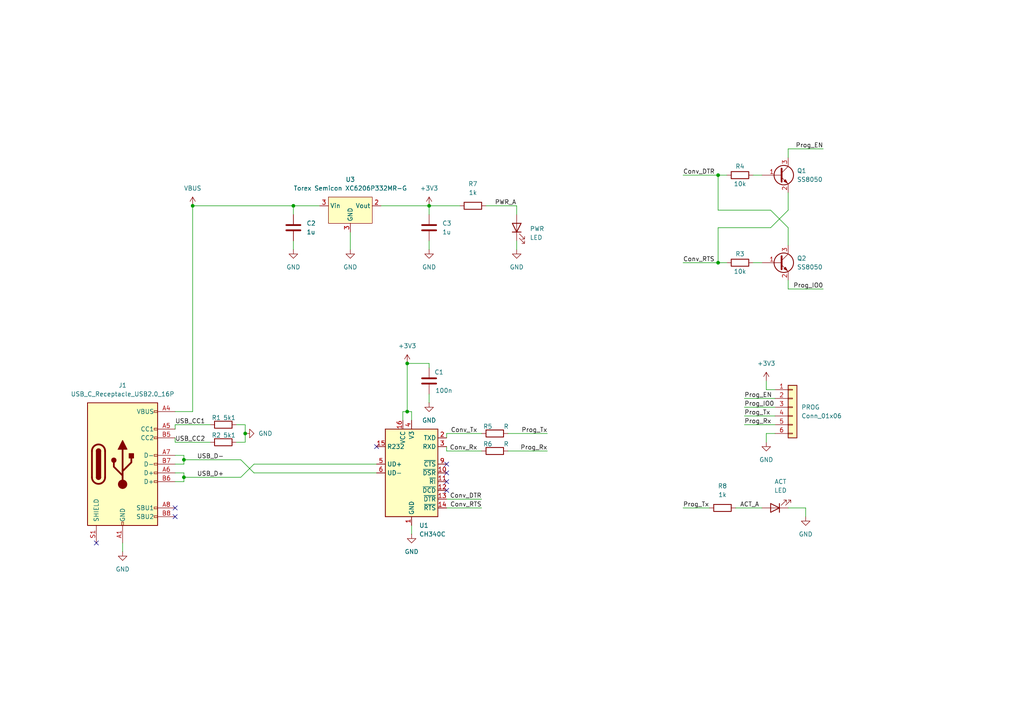
<source format=kicad_sch>
(kicad_sch (version 20231120) (generator "eeschema") (generator_version "8.0")
  (paper "A4")
  (lib_symbols
    (symbol "Connector:USB_C_Receptacle_USB2.0_16P" (pin_names (offset 1.016))
      (property "Reference" "J" (at 0 22.225 0))
      (property "Value" "USB_C_Receptacle_USB2.0_16P" (at 0 19.685 0))
      (symbol "USB_C_Receptacle_USB2.0_16P_0_0"
        (rectangle (start -0.254 -17.78) (end 0.254 -16.764))
        (rectangle (start 10.16 -14.986) (end 9.144 -15.494))
        (rectangle (start 10.16 -12.446) (end 9.144 -12.954))
        (rectangle (start 10.16 -4.826) (end 9.144 -5.334))
        (rectangle (start 10.16 -2.286) (end 9.144 -2.794))
        (rectangle (start 10.16 0.254) (end 9.144 -0.254))
        (rectangle (start 10.16 2.794) (end 9.144 2.286))
        (rectangle (start 10.16 7.874) (end 9.144 7.366))
        (rectangle (start 10.16 10.414) (end 9.144 9.906))
        (rectangle (start 10.16 15.494) (end 9.144 14.986))
      )
      (symbol "USB_C_Receptacle_USB2.0_16P_0_1"
        (rectangle (start -10.16 17.78) (end 10.16 -17.78) (stroke (width 0.254)) (fill (type background)))
        (arc (start -8.89 -3.81) (mid -6.985 -5.7067) (end -5.08 -3.81) (stroke (width 0.508)))
        (arc (start -7.62 -3.81) (mid -6.985 -4.4423) (end -6.35 -3.81) (stroke (width 0.254)))
        (arc (start -7.62 -3.81) (mid -6.985 -4.4423) (end -6.35 -3.81) (stroke (width 0.254)) (fill (type outline)))
        (rectangle (start -7.62 -3.81) (end -6.35 3.81) (stroke (width 0.254)) (fill (type outline)))
        (arc (start -6.35 3.81) (mid -6.985 4.4423) (end -7.62 3.81) (stroke (width 0.254)))
        (arc (start -6.35 3.81) (mid -6.985 4.4423) (end -7.62 3.81) (stroke (width 0.254)) (fill (type outline)))
        (arc (start -5.08 3.81) (mid -6.985 5.7067) (end -8.89 3.81) (stroke (width 0.508)))
        (circle (center -2.54 1.143) (radius 0.635) (stroke (width 0.254)) (fill (type outline)))
        (circle (center 0 -5.842) (radius 1.27) (fill (type outline)))
        (polyline (pts (xy -8.89 -3.81) (xy -8.89 3.81)) (stroke (width 0.508)))
        (polyline (pts (xy -5.08 3.81) (xy -5.08 -3.81)) (stroke (width 0.508)))
        (polyline (pts (xy 0 -5.842) (xy 0 4.318)) (stroke (width 0.508)))
        (polyline (pts (xy 0 -3.302) (xy -2.54 -0.762) (xy -2.54 0.508)) (stroke (width 0.508)))
        (polyline (pts (xy 0 -2.032) (xy 2.54 0.508) (xy 2.54 1.778)) (stroke (width 0.508)))
        (polyline (pts (xy -1.27 4.318) (xy 0 6.858) (xy 1.27 4.318) (xy -1.27 4.318)) (stroke (width 0.254)) (fill (type outline)))
        (rectangle (start 1.905 1.778) (end 3.175 3.048) (stroke (width 0.254)) (fill (type outline)))
      )
      (symbol "USB_C_Receptacle_USB2.0_16P_1_1"
        (pin passive line (at 0 -22.86 90) (length 5.08) (name "GND") (number "A1"))
        (pin passive line (at 0 -22.86 90) (length 5.08) hide (name "GND") (number "A12"))
        (pin passive line (at 15.24 15.24 180) (length 5.08) (name "VBUS") (number "A4"))
        (pin bidirectional line (at 15.24 10.16 180) (length 5.08) (name "CC1") (number "A5"))
        (pin bidirectional line (at 15.24 -2.54 180) (length 5.08) (name "D+") (number "A6"))
        (pin bidirectional line (at 15.24 2.54 180) (length 5.08) (name "D-") (number "A7"))
        (pin bidirectional line (at 15.24 -12.7 180) (length 5.08) (name "SBU1") (number "A8"))
        (pin passive line (at 15.24 15.24 180) (length 5.08) hide (name "VBUS") (number "A9"))
        (pin passive line (at 0 -22.86 90) (length 5.08) hide (name "GND") (number "B1"))
        (pin passive line (at 0 -22.86 90) (length 5.08) hide (name "GND") (number "B12"))
        (pin passive line (at 15.24 15.24 180) (length 5.08) hide (name "VBUS") (number "B4"))
        (pin bidirectional line (at 15.24 7.62 180) (length 5.08) (name "CC2") (number "B5"))
        (pin bidirectional line (at 15.24 -5.08 180) (length 5.08) (name "D+") (number "B6"))
        (pin bidirectional line (at 15.24 0 180) (length 5.08) (name "D-") (number "B7"))
        (pin bidirectional line (at 15.24 -15.24 180) (length 5.08) (name "SBU2") (number "B8"))
        (pin passive line (at 15.24 15.24 180) (length 5.08) hide (name "VBUS") (number "B9"))
        (pin passive line (at -7.62 -22.86 90) (length 5.08) (name "SHIELD") (number "S1"))
      )
    )
    (symbol "Connector_Generic:Conn_01x06" (pin_names (offset 1.016) hide)
      (property "Reference" "J" (at 0 7.62 0))
      (property "Value" "Conn_01x06" (at 0 -10.16 0))
      (symbol "Conn_01x06_1_1"
        (rectangle (start -1.27 -7.493) (end 0 -7.747) (stroke (width 0.1524)))
        (rectangle (start -1.27 -4.953) (end 0 -5.207) (stroke (width 0.1524)))
        (rectangle (start -1.27 -2.413) (end 0 -2.667) (stroke (width 0.1524)))
        (rectangle (start -1.27 0.127) (end 0 -0.127) (stroke (width 0.1524)))
        (rectangle (start -1.27 2.667) (end 0 2.413) (stroke (width 0.1524)))
        (rectangle (start -1.27 5.207) (end 0 4.953) (stroke (width 0.1524)))
        (rectangle (start -1.27 6.35) (end 1.27 -8.89) (stroke (width 0.254)) (fill (type background)))
        (pin passive line (at -5.08 5.08 0) (length 3.81) (name "Pin_1") (number "1"))
        (pin passive line (at -5.08 2.54 0) (length 3.81) (name "Pin_2") (number "2"))
        (pin passive line (at -5.08 0 0) (length 3.81) (name "Pin_3") (number "3"))
        (pin passive line (at -5.08 -2.54 0) (length 3.81) (name "Pin_4") (number "4"))
        (pin passive line (at -5.08 -5.08 0) (length 3.81) (name "Pin_5") (number "5"))
        (pin passive line (at -5.08 -7.62 0) (length 3.81) (name "Pin_6") (number "6"))
      )
    )
    (symbol "Custom:Torex_Semicon_XC6206P332MR-G"
      (property "Reference" "U" (at 0 7.62 0))
      (property "Value" "Torex Semicon XC6206P332MR-G" (at 0 5.08 0))
      (symbol "Torex_Semicon_XC6206P332MR-G_1_1"
        (rectangle (start -6.35 3.81) (end 6.35 -3.81) (fill (type background)))
        (pin power_out line (at 8.89 1.27 180) (length 2.54) (name "Vout") (number "2"))
        (pin passive line (at 0 -6.35 90) (length 2.54) (name "GND") (number "3"))
        (pin power_in line (at -8.89 1.27 0) (length 2.54) (name "Vin") (number "3"))
      )
    )
    (symbol "Device:C" (pin_numbers hide) (pin_names (offset 0.254))
      (property "Reference" "C" (at 0.635 2.54 0))
      (property "Value" "C" (at 0.635 -2.54 0))
      (symbol "C_0_1"
        (polyline (pts (xy -2.032 -0.762) (xy 2.032 -0.762)) (stroke (width 0.508)))
        (polyline (pts (xy -2.032 0.762) (xy 2.032 0.762)) (stroke (width 0.508)))
      )
      (symbol "C_1_1"
        (pin passive line (at 0 3.81 270) (length 2.794) (name "~") (number "1"))
        (pin passive line (at 0 -3.81 90) (length 2.794) (name "~") (number "2"))
      )
    )
    (symbol "Device:LED" (pin_numbers hide) (pin_names (offset 1.016) hide)
      (property "Reference" "D" (at 0 2.54 0))
      (property "Value" "LED" (at 0 -2.54 0))
      (symbol "LED_0_1"
        (polyline (pts (xy -1.27 -1.27) (xy -1.27 1.27)) (stroke (width 0.254)))
        (polyline (pts (xy -1.27 0) (xy 1.27 0)))
        (polyline (pts (xy 1.27 -1.27) (xy 1.27 1.27) (xy -1.27 0) (xy 1.27 -1.27)) (stroke (width 0.254)))
        (polyline (pts (xy -3.048 -0.762) (xy -4.572 -2.286) (xy -3.81 -2.286) (xy -4.572 -2.286) (xy -4.572 -1.524)))
        (polyline (pts (xy -1.778 -0.762) (xy -3.302 -2.286) (xy -2.54 -2.286) (xy -3.302 -2.286) (xy -3.302 -1.524)))
      )
      (symbol "LED_1_1"
        (pin passive line (at -3.81 0 0) (length 2.54) (name "K") (number "1"))
        (pin passive line (at 3.81 0 180) (length 2.54) (name "A") (number "2"))
      )
    )
    (symbol "Device:R" (pin_numbers hide) (pin_names (offset 0))
      (property "Reference" "R" (at 2.032 0 90))
      (property "Value" "R" (at 0 0 90))
      (symbol "R_0_1"
        (rectangle (start -1.016 -2.54) (end 1.016 2.54) (stroke (width 0.254)))
      )
      (symbol "R_1_1"
        (pin passive line (at 0 3.81 270) (length 1.27) (name "~") (number "1"))
        (pin passive line (at 0 -3.81 90) (length 1.27) (name "~") (number "2"))
      )
    )
    (symbol "Interface_USB:CH340C"
      (property "Reference" "U" (at -5.08 13.97 0))
      (property "Value" "CH340C" (at 1.27 13.97 0))
      (symbol "CH340C_0_1"
        (rectangle (start -7.62 12.7) (end 7.62 -12.7) (stroke (width 0.254)) (fill (type background)))
      )
      (symbol "CH340C_1_1"
        (pin power_in line (at 0 -15.24 90) (length 2.54) (name "GND") (number "1"))
        (pin input line (at 10.16 0 180) (length 2.54) (name "~{DSR}") (number "10"))
        (pin input line (at 10.16 -2.54 180) (length 2.54) (name "~{RI}") (number "11"))
        (pin input line (at 10.16 -5.08 180) (length 2.54) (name "~{DCD}") (number "12"))
        (pin output line (at 10.16 -7.62 180) (length 2.54) (name "~{DTR}") (number "13"))
        (pin output line (at 10.16 -10.16 180) (length 2.54) (name "~{RTS}") (number "14"))
        (pin input line (at -10.16 7.62 0) (length 2.54) (name "R232") (number "15"))
        (pin power_in line (at -2.54 15.24 270) (length 2.54) (name "VCC") (number "16"))
        (pin output line (at 10.16 10.16 180) (length 2.54) (name "TXD") (number "2"))
        (pin input line (at 10.16 7.62 180) (length 2.54) (name "RXD") (number "3"))
        (pin power_out line (at 0 15.24 270) (length 2.54) (name "V3") (number "4"))
        (pin bidirectional line (at -10.16 2.54 0) (length 2.54) (name "UD+") (number "5"))
        (pin bidirectional line (at -10.16 0 0) (length 2.54) (name "UD-") (number "6"))
        (pin no_connect line (at -7.62 -5.08 0) (length 2.54) hide (name "NC") (number "7"))
        (pin no_connect line (at -7.62 -7.62 0) (length 2.54) hide (name "NC") (number "8"))
        (pin input line (at 10.16 2.54 180) (length 2.54) (name "~{CTS}") (number "9"))
      )
    )
    (symbol "Transistor_BJT:SS8050" (pin_names (offset 0) hide)
      (property "Reference" "Q" (at 5.08 1.905 0))
      (property "Value" "SS8050" (at 5.08 0 0))
      (symbol "SS8050_0_1"
        (polyline (pts (xy 0.635 0.635) (xy 2.54 2.54)))
        (polyline (pts (xy 0.635 -0.635) (xy 2.54 -2.54) (xy 2.54 -2.54)))
        (polyline (pts (xy 0.635 1.905) (xy 0.635 -1.905) (xy 0.635 -1.905)) (stroke (width 0.508)))
        (polyline (pts (xy 1.27 -1.778) (xy 1.778 -1.27) (xy 2.286 -2.286) (xy 1.27 -1.778) (xy 1.27 -1.778)) (fill (type outline)))
        (circle (center 1.27 0) (radius 2.8194) (stroke (width 0.254)))
      )
      (symbol "SS8050_1_1"
        (pin input line (at -5.08 0 0) (length 5.715) (name "B") (number "1"))
        (pin passive line (at 2.54 -5.08 90) (length 2.54) (name "E") (number "2"))
        (pin passive line (at 2.54 5.08 270) (length 2.54) (name "C") (number "3"))
      )
    )
    (symbol "power:+3V3" (power) (pin_numbers hide) (pin_names (offset 0) hide)
      (property "Value" "+3V3" (at 0 3.556 0))
      (symbol "+3V3_0_1"
        (polyline (pts (xy -0.762 1.27) (xy 0 2.54)))
        (polyline (pts (xy 0 0) (xy 0 2.54)))
        (polyline (pts (xy 0 2.54) (xy 0.762 1.27)))
      )
      (symbol "+3V3_1_1"
        (pin power_in line (at 0 0 90) (length 0) (name "~") (number "1"))
      )
    )
    (symbol "power:GND" (power) (pin_numbers hide) (pin_names (offset 0) hide)
      (property "Value" "GND" (at 0 -3.81 0))
      (symbol "GND_0_1"
        (polyline (pts (xy 0 0) (xy 0 -1.27) (xy 1.27 -1.27) (xy 0 -2.54) (xy -1.27 -1.27) (xy 0 -1.27)))
      )
      (symbol "GND_1_1"
        (pin power_in line (at 0 0 270) (length 0) (name "~") (number "1"))
      )
    )
    (symbol "power:VBUS" (power) (pin_numbers hide) (pin_names (offset 0) hide)
      (property "Value" "VBUS" (at 0 3.556 0))
      (symbol "VBUS_0_1"
        (polyline (pts (xy -0.762 1.27) (xy 0 2.54)))
        (polyline (pts (xy 0 0) (xy 0 2.54)))
        (polyline (pts (xy 0 2.54) (xy 0.762 1.27)))
      )
      (symbol "VBUS_1_1"
        (pin power_in line (at 0 0 90) (length 0) (name "~") (number "1"))
      )
    )
  )
  (junction (at 118.11 119.38))
  (junction (at 118.11 105.41))
  (junction (at 208.28 50.8))
  (junction (at 71.12 125.73))
  (junction (at 55.88 59.69))
  (junction (at 208.28 76.2))
  (junction (at 85.09 59.69))
  (junction (at 53.34 138.43))
  (junction (at 124.46 59.69))
  (junction (at 53.34 133.35))
  (no_connect (at 129.54 139.7))
  (no_connect (at 27.94 157.48))
  (no_connect (at 50.8 149.86))
  (no_connect (at 129.54 137.16))
  (no_connect (at 50.8 147.32))
  (no_connect (at 129.54 142.24))
  (no_connect (at 109.22 129.54))
  (no_connect (at 129.54 134.62))
  (wire (pts (xy 50.8 124.46) (xy 50.8 123.19)))
  (wire (pts (xy 149.86 59.69) (xy 149.86 62.23)))
  (wire (pts (xy 119.38 154.94) (xy 119.38 152.4)))
  (wire (pts (xy 139.7 147.32) (xy 129.54 147.32)))
  (wire (pts (xy 129.54 125.73) (xy 139.7 125.73)))
  (wire (pts (xy 223.52 66.04) (xy 228.6 60.96)))
  (wire (pts (xy 147.32 125.73) (xy 158.75 125.73)))
  (wire (pts (xy 119.38 119.38) (xy 118.11 119.38)))
  (wire (pts (xy 55.88 119.38) (xy 50.8 119.38)))
  (wire (pts (xy 208.28 76.2) (xy 208.28 66.04)))
  (wire (pts (xy 53.34 133.35) (xy 69.85 133.35)))
  (wire (pts (xy 124.46 59.69) (xy 124.46 62.23)))
  (wire (pts (xy 55.88 59.69) (xy 85.09 59.69)))
  (wire (pts (xy 198.12 76.2) (xy 208.28 76.2)))
  (wire (pts (xy 124.46 116.84) (xy 124.46 114.3)))
  (wire (pts (xy 118.11 119.38) (xy 116.84 119.38)))
  (wire (pts (xy 50.8 137.16) (xy 53.34 137.16)))
  (wire (pts (xy 129.54 130.81) (xy 129.54 129.54)))
  (wire (pts (xy 68.58 128.27) (xy 71.12 128.27)))
  (wire (pts (xy 228.6 66.04) (xy 228.6 71.12)))
  (wire (pts (xy 50.8 128.27) (xy 60.96 128.27)))
  (wire (pts (xy 109.22 134.62) (xy 73.66 134.62)))
  (wire (pts (xy 215.9 115.57) (xy 224.79 115.57)))
  (wire (pts (xy 140.97 59.69) (xy 149.86 59.69)))
  (wire (pts (xy 222.25 113.03) (xy 224.79 113.03)))
  (wire (pts (xy 233.68 147.32) (xy 228.6 147.32)))
  (wire (pts (xy 53.34 138.43) (xy 69.85 138.43)))
  (wire (pts (xy 110.49 59.69) (xy 124.46 59.69)))
  (wire (pts (xy 116.84 119.38) (xy 116.84 121.92)))
  (wire (pts (xy 124.46 105.41) (xy 118.11 105.41)))
  (wire (pts (xy 213.36 147.32) (xy 220.98 147.32)))
  (wire (pts (xy 222.25 110.49) (xy 222.25 113.03)))
  (wire (pts (xy 208.28 66.04) (xy 223.52 66.04)))
  (wire (pts (xy 53.34 133.35) (xy 53.34 134.62)))
  (wire (pts (xy 85.09 62.23) (xy 85.09 59.69)))
  (wire (pts (xy 71.12 123.19) (xy 71.12 125.73)))
  (wire (pts (xy 215.9 118.11) (xy 224.79 118.11)))
  (wire (pts (xy 124.46 72.39) (xy 124.46 69.85)))
  (wire (pts (xy 215.9 123.19) (xy 224.79 123.19)))
  (wire (pts (xy 118.11 105.41) (xy 118.11 119.38)))
  (wire (pts (xy 218.44 76.2) (xy 220.98 76.2)))
  (wire (pts (xy 228.6 81.28) (xy 228.6 83.82)))
  (wire (pts (xy 233.68 149.86) (xy 233.68 147.32)))
  (wire (pts (xy 50.8 132.08) (xy 53.34 132.08)))
  (wire (pts (xy 198.12 147.32) (xy 205.74 147.32)))
  (wire (pts (xy 50.8 123.19) (xy 60.96 123.19)))
  (wire (pts (xy 119.38 121.92) (xy 119.38 119.38)))
  (wire (pts (xy 129.54 130.81) (xy 139.7 130.81)))
  (wire (pts (xy 147.32 130.81) (xy 158.75 130.81)))
  (wire (pts (xy 53.34 137.16) (xy 53.34 138.43)))
  (wire (pts (xy 198.12 50.8) (xy 208.28 50.8)))
  (wire (pts (xy 129.54 125.73) (xy 129.54 127)))
  (wire (pts (xy 222.25 128.27) (xy 222.25 125.73)))
  (wire (pts (xy 228.6 60.96) (xy 228.6 55.88)))
  (wire (pts (xy 228.6 45.72) (xy 228.6 43.18)))
  (wire (pts (xy 69.85 133.35) (xy 73.66 137.16)))
  (wire (pts (xy 208.28 50.8) (xy 208.28 60.96)))
  (wire (pts (xy 208.28 60.96) (xy 223.52 60.96)))
  (wire (pts (xy 124.46 59.69) (xy 133.35 59.69)))
  (wire (pts (xy 85.09 72.39) (xy 85.09 69.85)))
  (wire (pts (xy 101.6 72.39) (xy 101.6 67.31)))
  (wire (pts (xy 218.44 50.8) (xy 220.98 50.8)))
  (wire (pts (xy 55.88 59.69) (xy 55.88 119.38)))
  (wire (pts (xy 35.56 160.02) (xy 35.56 157.48)))
  (wire (pts (xy 228.6 83.82) (xy 238.76 83.82)))
  (wire (pts (xy 53.34 139.7) (xy 50.8 139.7)))
  (wire (pts (xy 210.82 50.8) (xy 208.28 50.8)))
  (wire (pts (xy 53.34 138.43) (xy 53.34 139.7)))
  (wire (pts (xy 73.66 134.62) (xy 69.85 138.43)))
  (wire (pts (xy 68.58 123.19) (xy 71.12 123.19)))
  (wire (pts (xy 124.46 105.41) (xy 124.46 106.68)))
  (wire (pts (xy 50.8 127) (xy 50.8 128.27)))
  (wire (pts (xy 50.8 134.62) (xy 53.34 134.62)))
  (wire (pts (xy 139.7 144.78) (xy 129.54 144.78)))
  (wire (pts (xy 222.25 125.73) (xy 224.79 125.73)))
  (wire (pts (xy 53.34 132.08) (xy 53.34 133.35)))
  (wire (pts (xy 228.6 43.18) (xy 238.76 43.18)))
  (wire (pts (xy 85.09 59.69) (xy 92.71 59.69)))
  (wire (pts (xy 210.82 76.2) (xy 208.28 76.2)))
  (wire (pts (xy 215.9 120.65) (xy 224.79 120.65)))
  (wire (pts (xy 149.86 69.85) (xy 149.86 72.39)))
  (wire (pts (xy 223.52 60.96) (xy 228.6 66.04)))
  (wire (pts (xy 71.12 128.27) (xy 71.12 125.73)))
  (wire (pts (xy 73.66 137.16) (xy 109.22 137.16)))
  (label "USB_CC1" (at 50.8 123.19 0))
  (label "Prog_Rx" (at 158.75 130.81 180))
  (label "Conv_RTS" (at 139.7 147.32 180))
  (label "USB_CC2" (at 50.8 128.27 0))
  (label "USB_D-" (at 57.15 133.35 0))
  (label "Prog_EN" (at 238.76 43.18 180))
  (label "Prog_Rx" (at 215.9 123.19 0))
  (label "Conv_Rx" (at 138.43 130.81 180))
  (label "Prog_IO0" (at 215.9 118.11 0))
  (label "Prog_Tx" (at 215.9 120.65 0))
  (label "Prog_Tx" (at 158.75 125.73 180))
  (label "ACT_A" (at 214.63 147.32 0))
  (label "Conv_RTS" (at 198.12 76.2 0))
  (label "Conv_Tx" (at 138.43 125.73 180))
  (label "PWR_A" (at 143.51 59.69 0))
  (label "Conv_DTR" (at 198.12 50.8 0))
  (label "Prog_IO0" (at 238.76 83.82 180))
  (label "USB_D+" (at 57.15 138.43 0))
  (label "Prog_Tx" (at 198.12 147.32 0))
  (label "Conv_DTR" (at 139.7 144.78 180))
  (label "Prog_EN" (at 215.9 115.57 0))
  (symbol (lib_id "Connector:USB_C_Receptacle_USB2.0_16P") (at 35.56 134.62 0) (unit 1)
    (property "Reference" "J1" (at 35.56 111.76 0))
    (property "Value" "USB_C_Receptacle_USB2.0_16P" (at 35.56 114.3 0))
    (property "Datasheet" "https://www.usb.org/sites/default/files/documents/usb_type-c.zip" (effects (hide yes)))
    (property "Description" "USB 2.0-only 16P Type-C Receptacle connector" (effects (hide yes)))
  )
  (symbol (lib_id "power:GND") (at 119.38 154.94 0) (unit 1)
    (property "Reference" "#PWR06" (effects (hide yes)))
    (property "Value" "GND" (at 119.38 160.02 0))
    (property "Description" "Power symbol creates a global label with name \"GND\" , ground" (effects (hide yes)))
  )
  (symbol (lib_id "power:GND") (at 222.25 128.27 0) (unit 1)
    (property "Reference" "#PWR07" (effects (hide yes)))
    (property "Value" "GND" (at 222.25 133.35 0))
    (property "Description" "Power symbol creates a global label with name \"GND\" , ground" (effects (hide yes)))
  )
  (symbol (lib_id "power:GND") (at 71.12 125.73 90) (unit 1)
    (property "Reference" "#PWR01" (effects (hide yes)))
    (property "Value" "GND" (at 74.93 125.7299 90) (effects (justify right)))
    (property "Description" "Power symbol creates a global label with name \"GND\" , ground" (effects (hide yes)))
  )
  (symbol (lib_id "Interface_USB:CH340C") (at 119.38 137.16 0) (unit 1)
    (property "Reference" "U1" (at 121.5741 152.4 0) (effects (justify left)))
    (property "Value" "CH340C" (at 121.5741 154.94 0) (effects (justify left)))
    (property "Footprint" "Package_SO:SOIC-16_3.9x9.9mm_P1.27mm" (effects (hide yes)))
    (property "Datasheet" "https://datasheet.lcsc.com/szlcsc/Jiangsu-Qin-Heng-CH340C_C84681.pdf" (effects (hide yes)))
    (property "Description" "USB serial converter, crystal-less, UART, SOIC-16" (effects (hide yes)))
  )
  (symbol (lib_id "Device:C") (at 124.46 66.04 0) (unit 1)
    (property "Reference" "C3" (at 128.27 64.7699 0) (effects (justify left)))
    (property "Value" "1u" (at 128.27 67.3099 0) (effects (justify left)))
    (property "Description" "Unpolarized capacitor" (effects (hide yes)))
  )
  (symbol (lib_id "Connector_Generic:Conn_01x06") (at 229.87 118.11 0) (unit 1)
    (property "Reference" "PROG" (at 232.41 118.1099 0) (effects (justify left)))
    (property "Value" "Conn_01x06" (at 232.41 120.6499 0) (effects (justify left)))
    (property "Footprint" "Connector_JST:JST_EH_B6B-EH-A_1x06_P2.50mm_Vertical" (effects (hide yes)))
    (property "Description" "Generic connector, single row, 01x06, script generated (kicad-library-utils/schlib/autogen/connector/)" (effects (hide yes)))
  )
  (symbol (lib_id "Device:C") (at 85.09 66.04 0) (unit 1)
    (property "Reference" "C2" (at 88.9 64.7699 0) (effects (justify left)))
    (property "Value" "1u" (at 88.9 67.3099 0) (effects (justify left)))
    (property "Description" "Unpolarized capacitor" (effects (hide yes)))
  )
  (symbol (lib_id "Device:LED") (at 149.86 66.04 90) (unit 1)
    (property "Reference" "PWR" (at 153.67 66.3574 90) (effects (justify right)))
    (property "Value" "LED" (at 153.67 68.8974 90) (effects (justify right)))
    (property "Description" "Light emitting diode" (effects (hide yes)))
  )
  (symbol (lib_id "power:GND") (at 124.46 72.39 0) (unit 1)
    (property "Reference" "#PWR010" (effects (hide yes)))
    (property "Value" "GND" (at 124.46 77.47 0))
    (property "Description" "Power symbol creates a global label with name \"GND\" , ground" (effects (hide yes)))
  )
  (symbol (lib_id "Device:R") (at 214.63 76.2 90) (unit 1)
    (property "Reference" "R3" (at 214.63 73.66 90))
    (property "Value" "10k" (at 214.63 78.74 90))
    (property "Description" "Resistor" (effects (hide yes)))
  )
  (symbol (lib_id "Device:R") (at 64.77 128.27 90) (unit 1)
    (property "Reference" "R2" (at 62.738 126.238 90))
    (property "Value" "5k1" (at 66.548 126.238 90))
    (property "Description" "Resistor" (effects (hide yes)))
  )
  (symbol (lib_id "power:GND") (at 35.56 160.02 0) (unit 1)
    (property "Reference" "#PWR02" (effects (hide yes)))
    (property "Value" "GND" (at 35.56 165.1 0))
    (property "Description" "Power symbol creates a global label with name \"GND\" , ground" (effects (hide yes)))
  )
  (symbol (lib_id "Transistor_BJT:SS8050") (at 226.06 50.8 0) (unit 1)
    (property "Reference" "Q1" (at 231.14 49.5299 0) (effects (justify left)))
    (property "Value" "SS8050" (at 231.14 52.0699 0) (effects (justify left)))
    (property "Footprint" "Package_TO_SOT_SMD:SOT-23" (effects (hide yes)))
    (property "Datasheet" "http://www.secosgmbh.com/datasheet/products/SSMPTransistor/SOT-23/SS8050.pdf" (effects (hide yes)))
    (property "Description" "General Purpose NPN Transistor, 1.5A Ic, 25V Vce, SOT-23" (effects (hide yes)))
  )
  (symbol (lib_id "Device:C") (at 124.46 110.49 0) (unit 1)
    (property "Reference" "C1" (at 125.984 107.95 0) (effects (justify left)))
    (property "Value" "100n" (at 126.238 113.284 0) (effects (justify left)))
    (property "Description" "Unpolarized capacitor" (effects (hide yes)))
  )
  (symbol (lib_id "Device:R") (at 214.63 50.8 90) (unit 1)
    (property "Reference" "R4" (at 214.63 48.26 90))
    (property "Value" "10k" (at 214.63 53.34 90))
    (property "Description" "Resistor" (effects (hide yes)))
  )
  (symbol (lib_id "power:GND") (at 149.86 72.39 0) (unit 1)
    (property "Reference" "#PWR013" (effects (hide yes)))
    (property "Value" "GND" (at 149.86 77.47 0))
    (property "Description" "Power symbol creates a global label with name \"GND\" , ground" (effects (hide yes)))
  )
  (symbol (lib_id "Device:R") (at 137.16 59.69 90) (unit 1)
    (property "Reference" "R7" (at 137.16 53.34 90))
    (property "Value" "1k" (at 137.16 55.88 90))
    (property "Description" "Resistor" (effects (hide yes)))
  )
  (symbol (lib_id "Device:LED") (at 224.79 147.32 180) (unit 1)
    (property "Reference" "ACT" (at 226.3775 139.7 0))
    (property "Value" "LED" (at 226.3775 142.24 0))
    (property "Description" "Light emitting diode" (effects (hide yes)))
  )
  (symbol (lib_id "power:VBUS") (at 55.88 59.69 0) (unit 1)
    (property "Reference" "#PWR03" (effects (hide yes)))
    (property "Value" "VBUS" (at 55.88 54.61 0))
    (property "Description" "Power symbol creates a global label with name \"VBUS\"" (effects (hide yes)))
  )
  (symbol (lib_id "power:GND") (at 101.6 72.39 0) (unit 1)
    (property "Reference" "#PWR012" (effects (hide yes)))
    (property "Value" "GND" (at 101.6 77.47 0))
    (property "Description" "Power symbol creates a global label with name \"GND\" , ground" (effects (hide yes)))
  )
  (symbol (lib_id "power:GND") (at 124.46 116.84 0) (unit 1)
    (property "Reference" "#PWR05" (effects (hide yes)))
    (property "Value" "GND" (at 124.46 121.92 0))
    (property "Description" "Power symbol creates a global label with name \"GND\" , ground" (effects (hide yes)))
  )
  (symbol (lib_id "Transistor_BJT:SS8050") (at 226.06 76.2 0) (unit 1)
    (property "Reference" "Q2" (at 231.14 74.9299 0) (effects (justify left)))
    (property "Value" "SS8050" (at 231.14 77.4699 0) (effects (justify left)))
    (property "Footprint" "Package_TO_SOT_SMD:SOT-23" (effects (hide yes)))
    (property "Datasheet" "http://www.secosgmbh.com/datasheet/products/SSMPTransistor/SOT-23/SS8050.pdf" (effects (hide yes)))
    (property "Description" "General Purpose NPN Transistor, 1.5A Ic, 25V Vce, SOT-23" (effects (hide yes)))
  )
  (symbol (lib_id "power:GND") (at 233.68 149.86 0) (unit 1)
    (property "Reference" "#PWR014" (effects (hide yes)))
    (property "Value" "GND" (at 233.68 154.94 0))
    (property "Description" "Power symbol creates a global label with name \"GND\" , ground" (effects (hide yes)))
  )
  (symbol (lib_id "Device:R") (at 64.77 123.19 90) (unit 1)
    (property "Reference" "R1" (at 62.738 121.158 90))
    (property "Value" "5k1" (at 66.548 121.158 90))
    (property "Description" "Resistor" (effects (hide yes)))
  )
  (symbol (lib_name "Custom:Torex_Semicon_XC6206P332MR-G") (lib_id "Custom:Torex_Semicon_XC6206P332MR-G") (at 101.6 60.96 0) (unit 1)
    (property "Reference" "U3" (at 101.6 52.07 0))
    (property "Value" "Torex Semicon XC6206P332MR-G" (at 101.6 54.61 0))
    (property "Footprint" "Custom:SOT_23" (effects (hide yes)))
    (property "Datasheet" "https://jlcpcb.com/api/file/downloadByFileSystemAccessId/8579707861620228096" (effects (hide yes)))
    (property "Description" "200mA Fixed 3.3V Positive electrode 6Vin SOT-23-3L Voltage Regulators" (effects (hide yes)))
  )
  (symbol (lib_id "Device:R") (at 143.51 130.81 90) (unit 1)
    (property "Reference" "R6" (at 141.478 128.778 90))
    (property "Value" "R" (at 146.812 128.778 90))
    (property "Description" "Resistor" (effects (hide yes)))
  )
  (symbol (lib_id "Device:R") (at 143.51 125.73 90) (unit 1)
    (property "Reference" "R5" (at 141.478 123.698 90))
    (property "Value" "R" (at 146.812 123.698 90))
    (property "Description" "Resistor" (effects (hide yes)))
  )
  (symbol (lib_id "power:+3V3") (at 222.25 110.49 0) (unit 1)
    (property "Reference" "#PWR08" (effects (hide yes)))
    (property "Value" "+3V3" (at 222.25 105.41 0))
    (property "Description" "Power symbol creates a global label with name \"+3V3\"" (effects (hide yes)))
  )
  (symbol (lib_id "power:+3V3") (at 124.46 59.69 0) (unit 1)
    (property "Reference" "#PWR011" (effects (hide yes)))
    (property "Value" "+3V3" (at 124.46 54.61 0))
    (property "Description" "Power symbol creates a global label with name \"+3V3\"" (effects (hide yes)))
  )
  (symbol (lib_id "power:GND") (at 85.09 72.39 0) (unit 1)
    (property "Reference" "#PWR09" (effects (hide yes)))
    (property "Value" "GND" (at 85.09 77.47 0))
    (property "Description" "Power symbol creates a global label with name \"GND\" , ground" (effects (hide yes)))
  )
  (symbol (lib_id "power:+3V3") (at 118.11 105.41 0) (unit 1)
    (property "Reference" "#PWR04" (effects (hide yes)))
    (property "Value" "+3V3" (at 118.11 100.33 0))
    (property "Description" "Power symbol creates a global label with name \"+3V3\"" (effects (hide yes)))
  )
  (symbol (lib_id "Device:R") (at 209.55 147.32 90) (unit 1)
    (property "Reference" "R8" (at 209.55 140.97 90))
    (property "Value" "1k" (at 209.55 143.51 90))
    (property "Description" "Resistor" (effects (hide yes)))
  )
)
</source>
